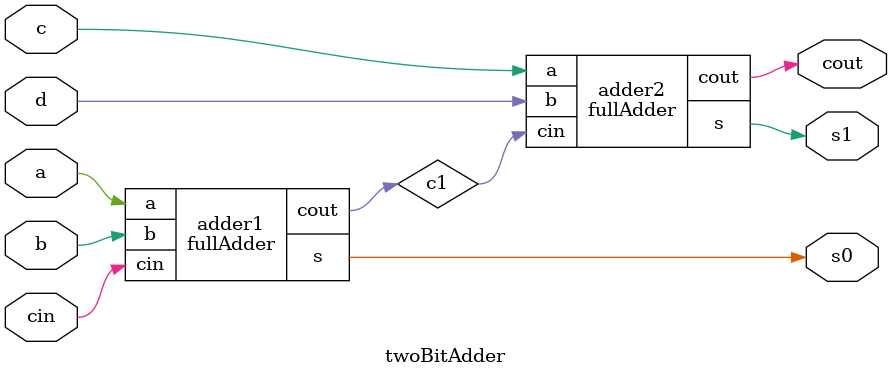
<source format=sv>
`timescale 1ns / 1ps
module fullAdder(a, b, cin, s, cout);

  input a, b, cin;
  output s, cout;
  wire d1, d2, d3;

  xor xor1(d1, a, b);
  xor xor2(s, d1, cin);
  
  and and1(d2, a, b);
  and and2(d3, d1, cin);
  or or1(cout, d2, d3);

endmodule

module twoBitAdder(input a, input b,input c,input d, input cin, output s0, output s1,output cout);
  wire c1;
  
  fullAdder adder1(a, b, cin, s0, c1);
  fullAdder adder2(c, d, c1, s1, cout);
    
endmodule

</source>
